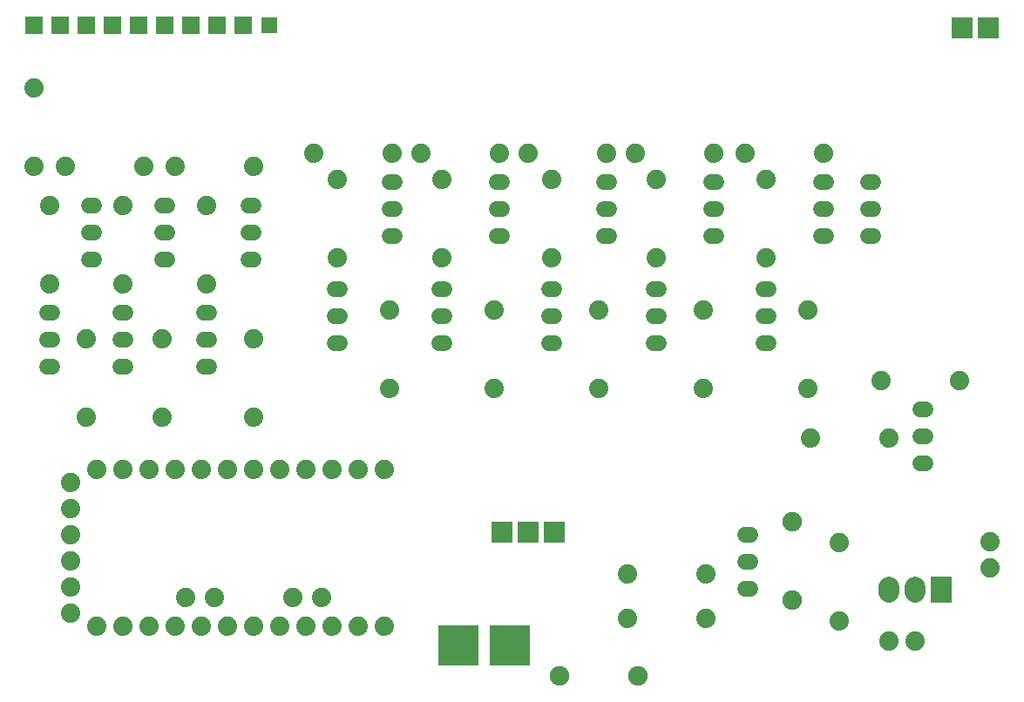
<source format=gtl>
G04 ---------------------------- Layer name :TOP LAYER*
G04 easyEDA 0.1*
G04 Scale: 100 percent, Rotated: No, Reflected: No *
G04 Dimensions in inches *
G04 leading zeros omitted , absolute positions ,2 integer and 4 * 
%FSLAX24Y24*%
%MOIN*%
G90*
G70D02*

%ADD11C,0.074000*%
%ADD13R,0.157480X0.157480*%
%ADD14C,0.075000*%
%ADD16R,0.078740X0.078740*%
%ADD17R,0.078740X0.098425*%
%ADD18R,0.065350X0.065350*%
%ADD19R,0.062000X0.062000*%
%ADD20C,0.074020*%
%ADD22C,0.078740*%
%ADD23C,0.060000*%

%LPD*%
G54D11*
G01X11900Y31900D03*
G01X10800Y31900D03*
G01X6700Y31900D03*
G01X7800Y31900D03*
G54D13*
G01X19092Y30040D03*
G01X17119Y30040D03*
G54D14*
G01X21000Y28900D03*
G01X24000Y28900D03*
G54D16*
G01X18800Y34400D03*
G01X19800Y34400D03*
G01X20800Y34400D03*
G54D17*
G01X35600Y32200D03*
G54D11*
G01X22500Y39900D03*
G01X22500Y42900D03*
G01X20700Y44900D03*
G01X20700Y47900D03*
G01X19800Y48900D03*
G01X22800Y48900D03*
G01X36300Y40200D03*
G01X33300Y40200D03*
G01X30600Y38000D03*
G01X33600Y38000D03*
G54D18*
G01X900Y53800D03*
G01X1900Y53800D03*
G01X2900Y53800D03*
G01X3900Y53800D03*
G01X4900Y53800D03*
G01X5900Y53800D03*
G01X6900Y53800D03*
G01X7900Y53800D03*
G01X8900Y53800D03*
G54D19*
G01X9900Y53800D03*
G54D11*
G01X18500Y39900D03*
G01X18500Y42900D03*
G01X16500Y44900D03*
G01X16500Y47900D03*
G01X15700Y48900D03*
G01X18700Y48900D03*
G01X14500Y39900D03*
G01X14500Y42900D03*
G01X12500Y44900D03*
G01X12500Y47900D03*
G01X11600Y48900D03*
G01X14600Y48900D03*
G01X9300Y38800D03*
G01X9300Y41800D03*
G01X7500Y43900D03*
G01X7500Y46900D03*
G01X6300Y48400D03*
G01X9300Y48400D03*
G01X5800Y38800D03*
G01X5800Y41800D03*
G01X4300Y43900D03*
G01X4300Y46900D03*
G01X2100Y48400D03*
G01X5100Y48400D03*
G01X2900Y38800D03*
G01X2900Y41800D03*
G01X1500Y43900D03*
G01X1500Y46900D03*
G01X900Y51400D03*
G01X900Y48400D03*
G01X30500Y39900D03*
G01X30500Y42900D03*
G01X28900Y44900D03*
G01X28900Y47900D03*
G01X28100Y48900D03*
G01X31100Y48900D03*
G01X26500Y39900D03*
G01X26500Y42900D03*
G01X24700Y44900D03*
G01X24700Y47900D03*
G01X23900Y48900D03*
G01X26900Y48900D03*
G01X23600Y32800D03*
G01X26600Y32800D03*
G01X23600Y31100D03*
G01X26600Y31100D03*
G54D16*
G01X37400Y53700D03*
G01X36400Y53700D03*
G54D14*
G01X29900Y34800D03*
G01X29900Y31800D03*
G54D11*
G01X31700Y31000D03*
G01X31700Y34000D03*
G54D20*
G01X34610Y30230D03*
G01X33609Y30230D03*
G01X37469Y34009D03*
G01X37469Y33009D03*
G54D11*
G01X3300Y30800D03*
G01X4300Y30800D03*
G01X5300Y30800D03*
G01X6300Y30800D03*
G01X7300Y30800D03*
G01X8300Y30800D03*
G01X9300Y30800D03*
G01X10300Y30800D03*
G01X11300Y30800D03*
G01X12300Y30800D03*
G01X13300Y30800D03*
G01X14300Y30800D03*
G01X14300Y36800D03*
G01X13300Y36800D03*
G01X12300Y36800D03*
G01X11300Y36800D03*
G01X10300Y36800D03*
G01X9300Y36800D03*
G01X8300Y36800D03*
G01X7300Y36800D03*
G01X6300Y36800D03*
G01X5300Y36800D03*
G01X4300Y36800D03*
G01X3300Y36800D03*
G01X2300Y31300D03*
G01X2300Y32300D03*
G01X2300Y33300D03*
G01X2300Y34300D03*
G01X2300Y35300D03*
G01X2300Y36300D03*
G54D13*
G01X19092Y30040D03*
G01X17119Y30040D03*
G54D14*
G01X21000Y28900D03*
G01X24000Y28900D03*
G54D16*
G01X18800Y34400D03*
G01X19800Y34400D03*
G01X20800Y34400D03*
G54D17*
G01X35600Y32200D03*
G54D11*
G01X22500Y39900D03*
G01X22500Y42900D03*
G01X20700Y44900D03*
G01X20700Y47900D03*
G01X19800Y48900D03*
G01X22800Y48900D03*
G01X36300Y40200D03*
G01X33300Y40200D03*
G01X30600Y38000D03*
G01X33600Y38000D03*
G54D18*
G01X900Y53800D03*
G01X1900Y53800D03*
G01X2900Y53800D03*
G01X3900Y53800D03*
G01X4900Y53800D03*
G01X5900Y53800D03*
G01X6900Y53800D03*
G01X7900Y53800D03*
G01X8900Y53800D03*
G54D19*
G01X9900Y53800D03*
G54D11*
G01X18500Y39900D03*
G01X18500Y42900D03*
G01X16500Y44900D03*
G01X16500Y47900D03*
G01X15700Y48900D03*
G01X18700Y48900D03*
G01X14500Y39900D03*
G01X14500Y42900D03*
G01X12500Y44900D03*
G01X12500Y47900D03*
G01X11600Y48900D03*
G01X14600Y48900D03*
G01X9300Y38800D03*
G01X9300Y41800D03*
G01X7500Y43900D03*
G01X7500Y46900D03*
G01X6300Y48400D03*
G01X9300Y48400D03*
G01X5800Y38800D03*
G01X5800Y41800D03*
G01X4300Y43900D03*
G01X4300Y46900D03*
G01X2100Y48400D03*
G01X5100Y48400D03*
G01X2900Y38800D03*
G01X2900Y41800D03*
G01X1500Y43900D03*
G01X1500Y46900D03*
G01X900Y51400D03*
G01X900Y48400D03*
G01X30500Y39900D03*
G01X30500Y42900D03*
G01X28900Y44900D03*
G01X28900Y47900D03*
G01X28100Y48900D03*
G01X31100Y48900D03*
G01X26500Y39900D03*
G01X26500Y42900D03*
G01X24700Y44900D03*
G01X24700Y47900D03*
G01X23900Y48900D03*
G01X26900Y48900D03*
G01X23600Y32800D03*
G01X26600Y32800D03*
G01X23600Y31100D03*
G01X26600Y31100D03*
G54D16*
G01X37400Y53700D03*
G01X36400Y53700D03*
G54D14*
G01X29900Y34800D03*
G01X29900Y31800D03*
G54D11*
G01X31700Y31000D03*
G01X31700Y34000D03*
G54D20*
G01X34610Y30230D03*
G01X33609Y30230D03*
G01X37469Y34009D03*
G01X37469Y33009D03*
G54D11*
G01X3300Y30800D03*
G01X4300Y30800D03*
G01X5300Y30800D03*
G01X6300Y30800D03*
G01X7300Y30800D03*
G01X8300Y30800D03*
G01X9300Y30800D03*
G01X10300Y30800D03*
G01X11300Y30800D03*
G01X12300Y30800D03*
G01X13300Y30800D03*
G01X14300Y30800D03*
G01X14300Y36800D03*
G01X13300Y36800D03*
G01X12300Y36800D03*
G01X11300Y36800D03*
G01X10300Y36800D03*
G01X9300Y36800D03*
G01X8300Y36800D03*
G01X7300Y36800D03*
G01X6300Y36800D03*
G01X5300Y36800D03*
G01X4300Y36800D03*
G01X3300Y36800D03*
G01X2300Y31300D03*
G01X2300Y32300D03*
G01X2300Y33300D03*
G01X2300Y34300D03*
G01X2300Y35300D03*
G01X2300Y36300D03*
G54D22*
G01X33600Y32101D02*
G01X33600Y32298D01*
G01X34600Y32101D02*
G01X34600Y32298D01*
G54D23*
G01X20600Y43669D02*
G01X20800Y43669D01*
G01X20600Y41630D02*
G01X20800Y41630D01*
G01X20600Y42650D02*
G01X20800Y42650D01*
G01X22900Y45730D02*
G01X22700Y45730D01*
G01X22900Y47769D02*
G01X22700Y47769D01*
G01X22900Y46750D02*
G01X22700Y46750D01*
G01X32800Y47769D02*
G01X33000Y47769D01*
G01X32800Y45730D02*
G01X33000Y45730D01*
G01X32800Y46750D02*
G01X33000Y46750D01*
G01X34800Y39069D02*
G01X35000Y39069D01*
G01X34800Y37030D02*
G01X35000Y37030D01*
G01X34800Y38050D02*
G01X35000Y38050D01*
G01X16400Y43669D02*
G01X16600Y43669D01*
G01X16400Y41630D02*
G01X16600Y41630D01*
G01X16400Y42650D02*
G01X16600Y42650D01*
G01X18800Y45730D02*
G01X18600Y45730D01*
G01X18800Y47769D02*
G01X18600Y47769D01*
G01X18800Y46750D02*
G01X18600Y46750D01*
G01X12400Y43669D02*
G01X12600Y43669D01*
G01X12400Y41630D02*
G01X12600Y41630D01*
G01X12400Y42650D02*
G01X12600Y42650D01*
G01X14700Y45730D02*
G01X14500Y45730D01*
G01X14700Y47769D02*
G01X14500Y47769D01*
G01X14700Y46750D02*
G01X14500Y46750D01*
G01X7400Y42769D02*
G01X7600Y42769D01*
G01X7400Y40730D02*
G01X7600Y40730D01*
G01X7400Y41750D02*
G01X7600Y41750D01*
G01X9300Y44830D02*
G01X9100Y44830D01*
G01X9300Y46869D02*
G01X9100Y46869D01*
G01X9300Y45850D02*
G01X9100Y45850D01*
G01X4200Y42769D02*
G01X4400Y42769D01*
G01X4200Y40730D02*
G01X4400Y40730D01*
G01X4200Y41750D02*
G01X4400Y41750D01*
G01X6000Y44830D02*
G01X5800Y44830D01*
G01X6000Y46869D02*
G01X5800Y46869D01*
G01X6000Y45850D02*
G01X5800Y45850D01*
G01X1400Y42769D02*
G01X1600Y42769D01*
G01X1400Y40730D02*
G01X1600Y40730D01*
G01X1400Y41750D02*
G01X1600Y41750D01*
G01X3200Y44830D02*
G01X3000Y44830D01*
G01X3200Y46869D02*
G01X3000Y46869D01*
G01X3200Y45850D02*
G01X3000Y45850D01*
G01X28800Y43669D02*
G01X29000Y43669D01*
G01X28800Y41630D02*
G01X29000Y41630D01*
G01X28800Y42650D02*
G01X29000Y42650D01*
G01X31200Y45730D02*
G01X31000Y45730D01*
G01X31200Y47769D02*
G01X31000Y47769D01*
G01X31200Y46750D02*
G01X31000Y46750D01*
G01X24600Y43669D02*
G01X24800Y43669D01*
G01X24600Y41630D02*
G01X24800Y41630D01*
G01X24600Y42650D02*
G01X24800Y42650D01*
G01X27000Y45730D02*
G01X26800Y45730D01*
G01X27000Y47769D02*
G01X26800Y47769D01*
G01X27000Y46750D02*
G01X26800Y46750D01*
G01X28100Y34269D02*
G01X28300Y34269D01*
G01X28100Y32230D02*
G01X28300Y32230D01*
G01X28100Y33250D02*
G01X28300Y33250D01*

M00*
M02*
</source>
